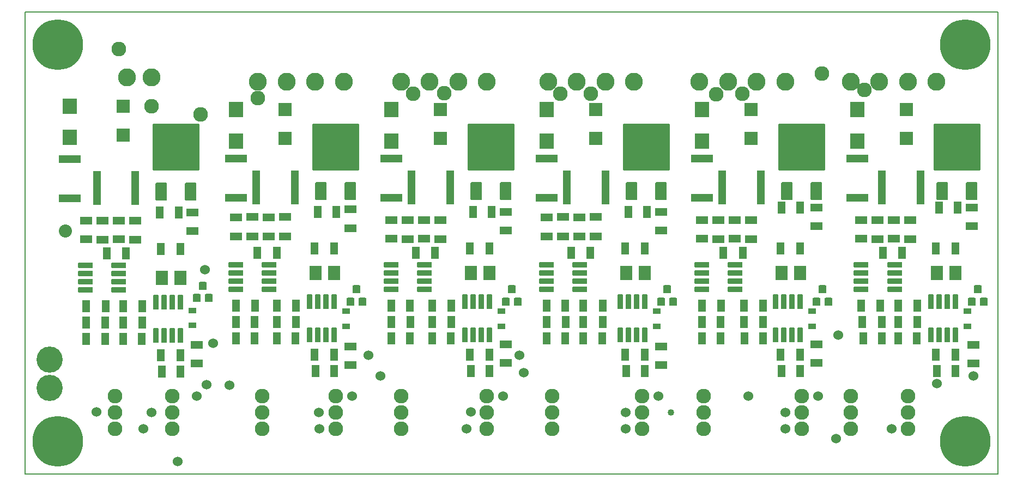
<source format=gbr>
G04 PROTEUS GERBER X2 FILE*
%TF.GenerationSoftware,Labcenter,Proteus,8.7-SP3-Build25561*%
%TF.CreationDate,2021-04-27T11:41:34+00:00*%
%TF.FileFunction,Soldermask,Bot*%
%TF.FilePolarity,Negative*%
%TF.Part,Single*%
%TF.SameCoordinates,{43023d15-ec65-4f75-b5c5-abaf8f280f1e}*%
%FSLAX45Y45*%
%MOMM*%
G01*
%TA.AperFunction,Material*%
%ADD43C,1.016000*%
%ADD44C,1.524000*%
%ADD45C,2.032000*%
%ADD46C,2.286000*%
%ADD48C,4.064000*%
%ADD49C,2.794000*%
%AMPPAD060*
4,1,36,
-0.444500,-0.635000,
0.444500,-0.635000,
0.470470,-0.632470,
0.494480,-0.625200,
0.516080,-0.613650,
0.534790,-0.598290,
0.550150,-0.579570,
0.561700,-0.557980,
0.568970,-0.533970,
0.571500,-0.508000,
0.571500,0.508000,
0.568970,0.533970,
0.561700,0.557980,
0.550150,0.579570,
0.534790,0.598290,
0.516080,0.613650,
0.494480,0.625200,
0.470470,0.632470,
0.444500,0.635000,
-0.444500,0.635000,
-0.470470,0.632470,
-0.494480,0.625200,
-0.516080,0.613650,
-0.534790,0.598290,
-0.550150,0.579570,
-0.561700,0.557980,
-0.568970,0.533970,
-0.571500,0.508000,
-0.571500,-0.508000,
-0.568970,-0.533970,
-0.561700,-0.557980,
-0.550150,-0.579570,
-0.534790,-0.598290,
-0.516080,-0.613650,
-0.494480,-0.625200,
-0.470470,-0.632470,
-0.444500,-0.635000,
0*%
%TA.AperFunction,Material*%
%ADD66PPAD060*%
%AMPPAD061*
4,1,36,
3.492500,3.619500,
-3.492500,3.619500,
-3.518470,3.616970,
-3.542480,3.609700,
-3.564080,3.598150,
-3.582790,3.582790,
-3.598150,3.564070,
-3.609700,3.542480,
-3.616970,3.518470,
-3.619500,3.492500,
-3.619500,-3.492500,
-3.616970,-3.518470,
-3.609700,-3.542480,
-3.598150,-3.564070,
-3.582790,-3.582790,
-3.564080,-3.598150,
-3.542480,-3.609700,
-3.518470,-3.616970,
-3.492500,-3.619500,
3.492500,-3.619500,
3.518470,-3.616970,
3.542480,-3.609700,
3.564080,-3.598150,
3.582790,-3.582790,
3.598150,-3.564070,
3.609700,-3.542480,
3.616970,-3.518470,
3.619500,-3.492500,
3.619500,3.492500,
3.616970,3.518470,
3.609700,3.542480,
3.598150,3.564070,
3.582790,3.582790,
3.564080,3.598150,
3.542480,3.609700,
3.518470,3.616970,
3.492500,3.619500,
0*%
%ADD67PPAD061*%
%AMPPAD062*
4,1,36,
0.762000,1.397000,
-0.762000,1.397000,
-0.787970,1.394470,
-0.811980,1.387200,
-0.833580,1.375650,
-0.852290,1.360290,
-0.867650,1.341570,
-0.879200,1.319980,
-0.886470,1.295970,
-0.889000,1.270000,
-0.889000,-1.270000,
-0.886470,-1.295970,
-0.879200,-1.319980,
-0.867650,-1.341570,
-0.852290,-1.360290,
-0.833580,-1.375650,
-0.811980,-1.387200,
-0.787970,-1.394470,
-0.762000,-1.397000,
0.762000,-1.397000,
0.787970,-1.394470,
0.811980,-1.387200,
0.833580,-1.375650,
0.852290,-1.360290,
0.867650,-1.341570,
0.879200,-1.319980,
0.886470,-1.295970,
0.889000,-1.270000,
0.889000,1.270000,
0.886470,1.295970,
0.879200,1.319980,
0.867650,1.341570,
0.852290,1.360290,
0.833580,1.375650,
0.811980,1.387200,
0.787970,1.394470,
0.762000,1.397000,
0*%
%ADD68PPAD062*%
%AMPPAD063*
4,1,4,
-1.054100,-1.054100,
1.054100,-1.054100,
1.054100,1.054100,
-1.054100,1.054100,
-1.054100,-1.054100,
0*%
%TA.AperFunction,Material*%
%ADD69PPAD063*%
%AMPPAD064*
4,1,36,
-0.571500,0.317500,
-0.571500,-0.317500,
-0.568970,-0.343470,
-0.561700,-0.367480,
-0.550150,-0.389080,
-0.534790,-0.407790,
-0.516070,-0.423150,
-0.494480,-0.434700,
-0.470470,-0.441970,
-0.444500,-0.444500,
0.444500,-0.444500,
0.470470,-0.441970,
0.494480,-0.434700,
0.516070,-0.423150,
0.534790,-0.407790,
0.550150,-0.389080,
0.561700,-0.367480,
0.568970,-0.343470,
0.571500,-0.317500,
0.571500,0.317500,
0.568970,0.343470,
0.561700,0.367480,
0.550150,0.389080,
0.534790,0.407790,
0.516070,0.423150,
0.494480,0.434700,
0.470470,0.441970,
0.444500,0.444500,
-0.444500,0.444500,
-0.470470,0.441970,
-0.494480,0.434700,
-0.516070,0.423150,
-0.534790,0.407790,
-0.550150,0.389080,
-0.561700,0.367480,
-0.568970,0.343470,
-0.571500,0.317500,
0*%
%ADD74PPAD064*%
%AMPPAD065*
4,1,4,
-0.596900,-2.654300,
0.596900,-2.654300,
0.596900,2.654300,
-0.596900,2.654300,
-0.596900,-2.654300,
0*%
%ADD75PPAD065*%
%AMPPAD066*
4,1,4,
-1.130300,-1.181100,
1.130300,-1.181100,
1.130300,1.181100,
-1.130300,1.181100,
-1.130300,-1.181100,
0*%
%ADD76PPAD066*%
%AMPPAD067*
4,1,36,
1.143000,-0.317500,
1.143000,0.317500,
1.140470,0.343470,
1.133200,0.367480,
1.121650,0.389080,
1.106290,0.407790,
1.087570,0.423150,
1.065980,0.434700,
1.041970,0.441970,
1.016000,0.444500,
-1.016000,0.444500,
-1.041970,0.441970,
-1.065980,0.434700,
-1.087570,0.423150,
-1.106290,0.407790,
-1.121650,0.389080,
-1.133200,0.367480,
-1.140470,0.343470,
-1.143000,0.317500,
-1.143000,-0.317500,
-1.140470,-0.343470,
-1.133200,-0.367480,
-1.121650,-0.389080,
-1.106290,-0.407790,
-1.087570,-0.423150,
-1.065980,-0.434700,
-1.041970,-0.441970,
-1.016000,-0.444500,
1.016000,-0.444500,
1.041970,-0.441970,
1.065980,-0.434700,
1.087570,-0.423150,
1.106290,-0.407790,
1.121650,-0.389080,
1.133200,-0.367480,
1.140470,-0.343470,
1.143000,-0.317500,
0*%
%TA.AperFunction,Material*%
%ADD77PPAD067*%
%AMPPAD068*
4,1,36,
-0.317500,-1.143000,
0.317500,-1.143000,
0.343470,-1.140470,
0.367480,-1.133200,
0.389080,-1.121650,
0.407790,-1.106290,
0.423150,-1.087570,
0.434700,-1.065980,
0.441970,-1.041970,
0.444500,-1.016000,
0.444500,1.016000,
0.441970,1.041970,
0.434700,1.065980,
0.423150,1.087570,
0.407790,1.106290,
0.389080,1.121650,
0.367480,1.133200,
0.343470,1.140470,
0.317500,1.143000,
-0.317500,1.143000,
-0.343470,1.140470,
-0.367480,1.133200,
-0.389080,1.121650,
-0.407790,1.106290,
-0.423150,1.087570,
-0.434700,1.065980,
-0.441970,1.041970,
-0.444500,1.016000,
-0.444500,-1.016000,
-0.441970,-1.041970,
-0.434700,-1.065980,
-0.423150,-1.087570,
-0.407790,-1.106290,
-0.389080,-1.121650,
-0.367480,-1.133200,
-0.343470,-1.140470,
-0.317500,-1.143000,
0*%
%ADD78PPAD068*%
%AMPPAD069*
4,1,4,
-1.701800,0.622300,
-1.701800,-0.622300,
1.701800,-0.622300,
1.701800,0.622300,
-1.701800,0.622300,
0*%
%TA.AperFunction,Material*%
%ADD79PPAD069*%
%AMPPAD070*
4,1,4,
0.901700,1.130300,
-0.901700,1.130300,
-0.901700,-1.130300,
0.901700,-1.130300,
0.901700,1.130300,
0*%
%ADD80PPAD070*%
%AMPPAD071*
4,1,4,
0.571500,0.901700,
-0.571500,0.901700,
-0.571500,-0.901700,
0.571500,-0.901700,
0.571500,0.901700,
0*%
%ADD81PPAD071*%
%AMPPAD072*
4,1,4,
0.901700,-0.571500,
0.901700,0.571500,
-0.901700,0.571500,
-0.901700,-0.571500,
0.901700,-0.571500,
0*%
%ADD82PPAD072*%
%TA.AperFunction,Material*%
%ADD65C,7.874000*%
%TA.AperFunction,Profile*%
%ADD37C,0.203200*%
%TD.AperFunction*%
D43*
X+1145382Y-2682923D03*
D44*
X-1079500Y-2730500D03*
X-2032000Y-3556000D03*
X-1524000Y-3048000D03*
X-1270000Y-2413000D03*
X+825500Y-3048000D03*
X+319343Y-3295127D03*
X+254000Y-3556000D03*
X+2730500Y-3302000D03*
X+2730500Y-3556000D03*
X-4233153Y-4064000D03*
X-2039404Y-3298486D03*
X-2033394Y-3554606D03*
X+5207000Y-3302000D03*
X+5207000Y-3556000D03*
X+6032500Y-2095500D03*
X+3238500Y-3048000D03*
X+1079500Y-2413000D03*
X+1143584Y-2681125D03*
X-3783137Y-2867613D03*
X-3424759Y-2876572D03*
X-3810000Y-1079500D03*
X-3683000Y-2222500D03*
X+6858000Y-3556000D03*
D43*
X-4635500Y-3302000D03*
D44*
X+5715000Y-3048000D03*
D43*
X+7556500Y-2857500D03*
X+3429000Y-3302000D03*
D44*
X-3937000Y-3048000D03*
X-4635657Y-3301843D03*
X-4762500Y-3556000D03*
X+4635500Y-3048000D03*
X+5995294Y-3705851D03*
X+8128000Y-2730500D03*
X+7558600Y-2855400D03*
D45*
X-5973747Y-483809D03*
D44*
X-5497414Y-3295974D03*
D46*
X-5143500Y+2349500D03*
X-3873500Y+1333500D03*
X-4635500Y+1460500D03*
X-2984500Y+1587500D03*
X-571500Y+1651000D03*
X-88587Y+1658838D03*
X+1714500Y+1651000D03*
X+2182519Y+1654135D03*
X+4134346Y+1645009D03*
X+4538704Y+1652360D03*
X+5778500Y+1968500D03*
X+6437156Y+1707029D03*
D48*
X-6223000Y-2476500D03*
X-6223000Y-2921000D03*
D49*
X-2095500Y+1841500D03*
X-1651000Y+1841500D03*
D46*
X-2921000Y-3556000D03*
X-2921000Y-3048000D03*
X-2921000Y-3302000D03*
D49*
X+571500Y+1841500D03*
X+127000Y+1841500D03*
D46*
X-762000Y-3556000D03*
X-762000Y-3302000D03*
X-762000Y-3048000D03*
X+1587500Y-3302000D03*
X+1587500Y-3556000D03*
X+1587500Y-3048000D03*
D49*
X+2857500Y+1841500D03*
X+2413000Y+1841500D03*
D46*
X+3937000Y-3556000D03*
X+6223000Y-3556000D03*
X+3937000Y-3048000D03*
X+6223000Y-3048000D03*
X+3937000Y-3302000D03*
X+6223000Y-3302000D03*
D49*
X+5207000Y+1841500D03*
X+4762500Y+1841500D03*
X+7556500Y+1841500D03*
X+7112000Y+1841500D03*
D66*
X+8196580Y-1389380D03*
X+8290560Y-1579880D03*
X+8102600Y-1579880D03*
D67*
X+7874000Y+825500D03*
D68*
X+8102600Y+134620D03*
X+7645400Y+134620D03*
D66*
X+5783580Y-1389380D03*
X+5877560Y-1579880D03*
X+5689600Y-1579880D03*
D67*
X+5461000Y+825500D03*
D68*
X+5689600Y+134620D03*
X+5232400Y+134620D03*
D66*
X+3370580Y-1389380D03*
X+3464560Y-1579880D03*
X+3276600Y-1579880D03*
D67*
X+3048000Y+825500D03*
D68*
X+3276600Y+134620D03*
X+2819400Y+134620D03*
D66*
X+957580Y-1389380D03*
X+1051560Y-1579880D03*
X+863600Y-1579880D03*
D67*
X+635000Y+825500D03*
D68*
X+863600Y+134620D03*
X+406400Y+134620D03*
D66*
X-1455420Y-1389380D03*
X-1361440Y-1579880D03*
X-1549400Y-1579880D03*
D67*
X-1778000Y+825500D03*
D68*
X-1549400Y+134620D03*
X-2006600Y+134620D03*
D69*
X+7086600Y+1404620D03*
X+7086600Y+954620D03*
D74*
X+8039100Y-1960880D03*
X+8039100Y-1725930D03*
D69*
X+4673600Y+1404620D03*
X+4673600Y+954620D03*
D74*
X+5626100Y-1960880D03*
X+5626100Y-1725930D03*
D69*
X+2260600Y+1404620D03*
X+2260600Y+954620D03*
D74*
X+3213100Y-1960880D03*
X+3213100Y-1725930D03*
D69*
X-152400Y+1404620D03*
X-152400Y+954620D03*
D74*
X+800100Y-1960880D03*
X+800100Y-1725930D03*
D69*
X-2565400Y+1404620D03*
X-2565400Y+954620D03*
D74*
X-1612900Y-1960880D03*
X-1612900Y-1725930D03*
D75*
X+6705600Y+198120D03*
X+7305600Y+198120D03*
X+4229100Y+198120D03*
X+4829100Y+198120D03*
X+1816100Y+198120D03*
X+2416100Y+198120D03*
X-596900Y+198120D03*
X+3100Y+198120D03*
X-3009900Y+198120D03*
X-2409900Y+198120D03*
D46*
X+7112000Y-3302000D03*
X+5461000Y-3302000D03*
X+2984500Y-3302000D03*
X+571500Y-3302000D03*
X-1778000Y-3302000D03*
X+7112000Y-3556000D03*
X+5461000Y-3556000D03*
X+2984500Y-3556000D03*
X+571500Y-3556000D03*
X-1778000Y-3556000D03*
X+7112000Y-3048000D03*
X+5461000Y-3048000D03*
X+2984500Y-3048000D03*
X+571500Y-3048000D03*
X-1778000Y-3048000D03*
D49*
X+6667500Y+1841500D03*
X+6223000Y+1841500D03*
X+4318000Y+1841500D03*
X+3873500Y+1841500D03*
X+1968500Y+1841500D03*
X+1524000Y+1841500D03*
X-317500Y+1841500D03*
X-762000Y+1841500D03*
X-2540000Y+1841500D03*
X-2984500Y+1841500D03*
D76*
X+6324600Y+914620D03*
X+6324600Y+1404620D03*
X+3911600Y+914620D03*
X+3911600Y+1404620D03*
X+1498600Y+914620D03*
X+1498600Y+1404620D03*
X-914400Y+914620D03*
X-914400Y+1404620D03*
X-3327400Y+914620D03*
X-3327400Y+1404620D03*
D77*
X+6908800Y-1008380D03*
X+6908800Y-1135380D03*
X+6908800Y-1262380D03*
X+6908800Y-1389380D03*
X+6388100Y-1389380D03*
X+6388100Y-1262380D03*
X+6388100Y-1135380D03*
X+6388100Y-1008380D03*
D78*
X+7848600Y-2100580D03*
X+7721600Y-2100580D03*
X+7594600Y-2100580D03*
X+7467600Y-2100580D03*
X+7467600Y-1579880D03*
X+7594600Y-1579880D03*
X+7721600Y-1579880D03*
X+7848600Y-1579880D03*
D77*
X+4432300Y-1008380D03*
X+4432300Y-1135380D03*
X+4432300Y-1262380D03*
X+4432300Y-1389380D03*
X+3911600Y-1389380D03*
X+3911600Y-1262380D03*
X+3911600Y-1135380D03*
X+3911600Y-1008380D03*
D78*
X+5435600Y-2100580D03*
X+5308600Y-2100580D03*
X+5181600Y-2100580D03*
X+5054600Y-2100580D03*
X+5054600Y-1579880D03*
X+5181600Y-1579880D03*
X+5308600Y-1579880D03*
X+5435600Y-1579880D03*
D77*
X+2019300Y-1008380D03*
X+2019300Y-1135380D03*
X+2019300Y-1262380D03*
X+2019300Y-1389380D03*
X+1498600Y-1389380D03*
X+1498600Y-1262380D03*
X+1498600Y-1135380D03*
X+1498600Y-1008380D03*
D78*
X+3022600Y-2100580D03*
X+2895600Y-2100580D03*
X+2768600Y-2100580D03*
X+2641600Y-2100580D03*
X+2641600Y-1579880D03*
X+2768600Y-1579880D03*
X+2895600Y-1579880D03*
X+3022600Y-1579880D03*
D77*
X-393700Y-1008380D03*
X-393700Y-1135380D03*
X-393700Y-1262380D03*
X-393700Y-1389380D03*
X-914400Y-1389380D03*
X-914400Y-1262380D03*
X-914400Y-1135380D03*
X-914400Y-1008380D03*
D78*
X+609600Y-2100580D03*
X+482600Y-2100580D03*
X+355600Y-2100580D03*
X+228600Y-2100580D03*
X+228600Y-1579880D03*
X+355600Y-1579880D03*
X+482600Y-1579880D03*
X+609600Y-1579880D03*
D77*
X-2806700Y-1008380D03*
X-2806700Y-1135380D03*
X-2806700Y-1262380D03*
X-2806700Y-1389380D03*
X-3327400Y-1389380D03*
X-3327400Y-1262380D03*
X-3327400Y-1135380D03*
X-3327400Y-1008380D03*
D78*
X-1803400Y-2100580D03*
X-1930400Y-2100580D03*
X-2057400Y-2100580D03*
X-2184400Y-2100580D03*
X-2184400Y-1579880D03*
X-2057400Y-1579880D03*
X-1930400Y-1579880D03*
X-1803400Y-1579880D03*
D79*
X-3327400Y+642620D03*
X-3327400Y+32620D03*
X+6324600Y+642620D03*
X+6324600Y+32620D03*
X+1498600Y+642620D03*
X+1498600Y+32620D03*
X+3911600Y+642620D03*
X+3911600Y+32620D03*
X-914400Y+642620D03*
X-914400Y+32620D03*
D80*
X+7848600Y-1135380D03*
X+7558600Y-1135380D03*
D81*
X+7848600Y-754380D03*
X+7548600Y-754380D03*
D80*
X+5435600Y-1135380D03*
X+5145600Y-1135380D03*
D81*
X+5435600Y-754380D03*
X+5135600Y-754380D03*
D80*
X+3022600Y-1135380D03*
X+2732600Y-1135380D03*
D81*
X+3022600Y-754380D03*
X+2722600Y-754380D03*
D80*
X+609600Y-1135380D03*
X+319600Y-1135380D03*
D81*
X+609600Y-754380D03*
X+309600Y-754380D03*
D80*
X-1803400Y-1135380D03*
X-2093400Y-1135380D03*
D81*
X-1803400Y-754380D03*
X-2103400Y-754380D03*
X+6705600Y-2151380D03*
X+6415600Y-2151380D03*
X+6678100Y-1643380D03*
X+6388100Y-1643380D03*
D82*
X+6388100Y-599880D03*
X+6388100Y-309880D03*
X+6896100Y-599880D03*
X+6896100Y-309880D03*
D81*
X+7249600Y-2151380D03*
X+6959600Y-2151380D03*
D82*
X+8128000Y-2250000D03*
X+8128000Y-2540000D03*
D81*
X+7848600Y-2405380D03*
X+7548600Y-2405380D03*
D82*
X+7150100Y-309880D03*
X+7150100Y-609880D03*
X+8102600Y-119380D03*
X+8102600Y-409380D03*
D81*
X+7594600Y-119380D03*
X+7884600Y-119380D03*
X+7848600Y-2659380D03*
X+7558600Y-2659380D03*
D82*
X+6642100Y-309880D03*
X+6642100Y-609880D03*
D81*
X+7023100Y-817880D03*
X+6723100Y-817880D03*
X+7259600Y-1643380D03*
X+6959600Y-1643380D03*
X+7259600Y-1897380D03*
X+6959600Y-1897380D03*
X+6705600Y-1897380D03*
X+6405600Y-1897380D03*
X+4864100Y-1897380D03*
X+4564100Y-1897380D03*
X+4546600Y-817880D03*
X+4246600Y-817880D03*
X+4211600Y-1643380D03*
X+3911600Y-1643380D03*
D82*
X+4165600Y-309880D03*
X+4165600Y-609880D03*
D81*
X+4864100Y-1643380D03*
X+4564100Y-1643380D03*
X+5435600Y-2405380D03*
X+5135600Y-2405380D03*
X+5435600Y-2659380D03*
X+5145600Y-2659380D03*
D82*
X+5689600Y-2242380D03*
X+5689600Y-2532380D03*
X+5689600Y-119380D03*
X+5689600Y-409380D03*
D81*
X+5145600Y-119380D03*
X+5435600Y-119380D03*
X+3022600Y-2659380D03*
X+2732600Y-2659380D03*
D82*
X+3276600Y-2278380D03*
X+3276600Y-2568380D03*
X+3276600Y-182880D03*
X+3276600Y-472880D03*
D81*
X+2768600Y-182880D03*
X+3058600Y-182880D03*
D82*
X+3911600Y-599880D03*
X+3911600Y-309880D03*
X+4419600Y-599880D03*
X+4419600Y-309880D03*
X+4673600Y-309880D03*
X+4673600Y-609880D03*
D81*
X+4201600Y-2151380D03*
X+3911600Y-2151380D03*
X+4201600Y-1897380D03*
X+3911600Y-1897380D03*
X+4864100Y-2151380D03*
X+4574100Y-2151380D03*
X+3022600Y-2405380D03*
X+2722600Y-2405380D03*
D82*
X+2006600Y-563880D03*
X+2006600Y-273880D03*
X+1498600Y-563880D03*
X+1498600Y-273880D03*
X-914400Y-599880D03*
X-914400Y-309880D03*
X-406400Y-599880D03*
X-406400Y-309880D03*
X+1752600Y-263880D03*
X+1752600Y-563880D03*
X-660400Y-309880D03*
X-660400Y-609880D03*
D81*
X+2179600Y-817880D03*
X+1879600Y-817880D03*
X-233400Y-817880D03*
X-533400Y-817880D03*
D82*
X+2260600Y-263880D03*
X+2260600Y-563880D03*
X-152400Y-309880D03*
X-152400Y-609880D03*
X-3327400Y-563880D03*
X-3327400Y-273880D03*
X-2819400Y-563880D03*
X-2819400Y-273880D03*
X-2565400Y-263880D03*
X-2565400Y-563880D03*
X-3073400Y-263880D03*
X-3073400Y-563880D03*
D81*
X-2692400Y-817880D03*
X-2992400Y-817880D03*
X+1788600Y-2151380D03*
X+1498600Y-2151380D03*
X+1788600Y-1643380D03*
X+1498600Y-1643380D03*
X+2360100Y-2151380D03*
X+2070100Y-2151380D03*
X+2370100Y-1897380D03*
X+2070100Y-1897380D03*
X+1798600Y-1897380D03*
X+1498600Y-1897380D03*
X+2370100Y-1643380D03*
X+2070100Y-1643380D03*
X+609600Y-2405380D03*
X+309600Y-2405380D03*
D82*
X+863600Y-2242380D03*
X+863600Y-2532380D03*
D81*
X+609600Y-2659380D03*
X+319600Y-2659380D03*
D82*
X+863600Y-182880D03*
X+863600Y-472880D03*
D81*
X+355600Y-182880D03*
X+645600Y-182880D03*
X+10600Y-2151380D03*
X-279400Y-2151380D03*
X-624400Y-2151380D03*
X-914400Y-2151380D03*
X-624400Y-1643380D03*
X-914400Y-1643380D03*
X+20600Y-1897380D03*
X-279400Y-1897380D03*
X-614400Y-1897380D03*
X-914400Y-1897380D03*
X+20600Y-1643380D03*
X-279400Y-1643380D03*
X-2392400Y-1897380D03*
X-2692400Y-1897380D03*
X-3027400Y-1643380D03*
X-3327400Y-1643380D03*
X-2392400Y-1643380D03*
X-2692400Y-1643380D03*
X-1803400Y-2405380D03*
X-2103400Y-2405380D03*
X-3037400Y-2151380D03*
X-3327400Y-2151380D03*
X-3037400Y-1897380D03*
X-3327400Y-1897380D03*
X-2402400Y-2151380D03*
X-2692400Y-2151380D03*
D82*
X-1549400Y-2278380D03*
X-1549400Y-2568380D03*
X-1549400Y-146880D03*
X-1549400Y-436880D03*
D81*
X-2057400Y-182880D03*
X-1767400Y-182880D03*
X-1803400Y-2659380D03*
X-2093400Y-2659380D03*
D67*
X-4254500Y+817880D03*
D68*
X-4025900Y+127000D03*
X-4483100Y+127000D03*
D79*
X-5905500Y+635000D03*
X-5905500Y+25000D03*
D77*
X-5143500Y-1016000D03*
X-5143500Y-1143000D03*
X-5143500Y-1270000D03*
X-5143500Y-1397000D03*
X-5664200Y-1397000D03*
X-5664200Y-1270000D03*
X-5664200Y-1143000D03*
X-5664200Y-1016000D03*
D78*
X-4191000Y-2108200D03*
X-4318000Y-2108200D03*
X-4445000Y-2108200D03*
X-4572000Y-2108200D03*
X-4572000Y-1587500D03*
X-4445000Y-1587500D03*
X-4318000Y-1587500D03*
X-4191000Y-1587500D03*
D69*
X-5080000Y+1460500D03*
X-5080000Y+1010500D03*
D74*
X-4000500Y-1949450D03*
X-4000500Y-1714500D03*
D66*
X-3843020Y-1333500D03*
X-3749040Y-1524000D03*
X-3937000Y-1524000D03*
D76*
X-5905500Y+970500D03*
X-5905500Y+1460500D03*
D75*
X-5489500Y+190500D03*
X-4889500Y+190500D03*
D49*
X-5016500Y+1905000D03*
X-4635500Y+1905000D03*
D46*
X-4318000Y-3556000D03*
X-4318000Y-3048000D03*
X-4318000Y-3302000D03*
D81*
X-4780000Y-1905000D03*
X-5080000Y-1905000D03*
X-5034000Y-825500D03*
X-5334000Y-825500D03*
X-5351500Y-1651000D03*
X-5651500Y-1651000D03*
D82*
X-5397500Y-317500D03*
X-5397500Y-617500D03*
D81*
X-4780000Y-1651000D03*
X-5080000Y-1651000D03*
X-4191000Y-2413000D03*
X-4491000Y-2413000D03*
X-4191000Y-762000D03*
X-4491000Y-762000D03*
D82*
X-4889500Y-317500D03*
X-4889500Y-617500D03*
D80*
X-4191000Y-1206500D03*
X-4481000Y-1206500D03*
D81*
X-5361500Y-2159000D03*
X-5651500Y-2159000D03*
X-5361500Y-1905000D03*
X-5651500Y-1905000D03*
D82*
X-5651500Y-607500D03*
X-5651500Y-317500D03*
X-5143500Y-607500D03*
X-5143500Y-317500D03*
D81*
X-4790000Y-2159000D03*
X-5080000Y-2159000D03*
D82*
X-3937000Y-2250000D03*
X-3937000Y-2540000D03*
X-4000500Y-190500D03*
X-4000500Y-480500D03*
D81*
X-4508500Y-190500D03*
X-4218500Y-190500D03*
X-4191000Y-2667000D03*
X-4481000Y-2667000D03*
D65*
X-6096000Y-3746500D03*
X-6096000Y+2413000D03*
X+8001000Y+2413000D03*
X+8001000Y-3746500D03*
D46*
X-5207000Y-3048000D03*
X-5207000Y-3302000D03*
X-5207000Y-3556000D03*
D37*
X-6604000Y-4254500D02*
X+8509000Y-4254500D01*
X+8509000Y+2921000D01*
X-6604000Y+2921000D01*
X-6604000Y-4254500D01*
M02*

</source>
